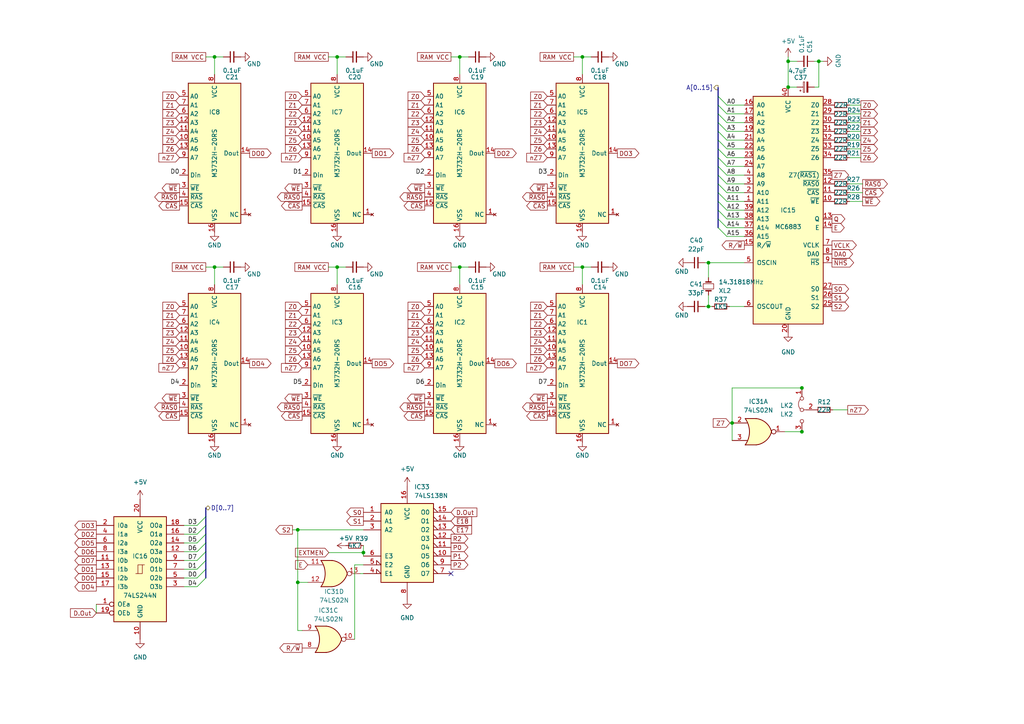
<source format=kicad_sch>
(kicad_sch (version 20231120) (generator "eeschema") (generator_version "8.0")
  (paper "A4")
  (junction (at 86.36 153.67))
  (junction (at 228.6 17.78))
  (junction (at 168.91 77.47))
  (junction (at 205.486 88.9))
  (junction (at 133.35 16.51))
  (junction (at 168.91 16.51))
  (junction (at 105.41 160.274))
  (junction (at 232.5801 112.522))
  (junction (at 86.36 168.91))
  (junction (at 228.6 25.273))
  (junction (at 62.23 16.51))
  (junction (at 205.486 76.2))
  (junction (at 97.79 16.51))
  (junction (at 212.344 122.682))
  (junction (at 97.79 77.47))
  (junction (at 232.5801 125.222))
  (junction (at 133.35 77.47))
  (junction (at 237.49 17.78))
  (junction (at 62.23 77.47))
  (no_connect (at 130.81 166.37))
  (bus_entry (at 208.28 60.96) (size 2.54 2.54))
  (bus_entry (at 208.28 33.02) (size 2.54 2.54))
  (bus_entry (at 208.28 66.04) (size 2.54 2.54))
  (bus_entry (at 59.69 152.4) (size -2.54 2.54))
  (bus_entry (at 208.28 27.94) (size 2.54 2.54))
  (bus_entry (at 59.69 160.02) (size -2.54 2.54))
  (bus_entry (at 208.28 45.72) (size 2.54 2.54))
  (bus_entry (at 59.69 154.94) (size -2.54 2.54))
  (bus_entry (at 208.28 35.56) (size 2.54 2.54))
  (bus_entry (at 208.28 53.34) (size 2.54 2.54))
  (bus_entry (at 208.28 40.64) (size 2.54 2.54))
  (bus_entry (at 59.69 162.56) (size -2.54 2.54))
  (bus_entry (at 208.28 63.5) (size 2.54 2.54))
  (bus_entry (at 59.69 157.48) (size -2.54 2.54))
  (bus_entry (at 208.28 30.48) (size 2.54 2.54))
  (bus_entry (at 59.69 167.64) (size -2.54 2.54))
  (bus_entry (at 59.69 149.86) (size -2.54 2.54))
  (bus_entry (at 59.69 165.1) (size -2.54 2.54))
  (bus_entry (at 208.28 38.1) (size 2.54 2.54))
  (bus_entry (at 208.28 48.26) (size 2.54 2.54))
  (bus_entry (at 208.28 50.8) (size 2.54 2.54))
  (bus_entry (at 208.28 43.18) (size 2.54 2.54))
  (bus_entry (at 208.28 55.88) (size 2.54 2.54))
  (bus_entry (at 208.28 58.42) (size 2.54 2.54))
  (wire (pts (xy 133.35 16.51) (xy 135.89 16.51)))
  (wire (pts (xy 166.37 77.47) (xy 168.91 77.47)))
  (wire (pts (xy 205.486 88.9) (xy 206.502 88.9)))
  (wire (pts (xy 86.36 168.91) (xy 86.36 153.67)))
  (wire (pts (xy 130.81 16.51) (xy 133.35 16.51)))
  (wire (pts (xy 215.9 43.18) (xy 210.82 43.18)))
  (wire (pts (xy 215.9 40.64) (xy 210.82 40.64)))
  (bus (pts (xy 208.28 58.42) (xy 208.28 60.96)))
  (wire (pts (xy 59.69 16.51) (xy 62.23 16.51)))
  (wire (pts (xy 249.682 33.02) (xy 246.38 33.02)))
  (wire (pts (xy 215.9 53.34) (xy 210.82 53.34)))
  (wire (pts (xy 27.94 177.8) (xy 27.94 175.26)))
  (wire (pts (xy 57.15 167.64) (xy 53.34 167.64)))
  (wire (pts (xy 228.6 25.273) (xy 228.6 25.4)))
  (wire (pts (xy 232.5801 125.222) (xy 227.584 125.222)))
  (wire (pts (xy 215.9 48.26) (xy 210.82 48.26)))
  (wire (pts (xy 249.682 45.72) (xy 246.38 45.72)))
  (wire (pts (xy 95.377 160.274) (xy 105.41 160.274)))
  (wire (pts (xy 211.582 88.9) (xy 215.9 88.9)))
  (bus (pts (xy 59.69 147.32) (xy 59.69 149.86)))
  (bus (pts (xy 208.28 55.88) (xy 208.28 58.42)))
  (bus (pts (xy 59.69 152.4) (xy 59.69 154.94)))
  (wire (pts (xy 232.664 125.222) (xy 232.5801 125.222)))
  (wire (pts (xy 133.35 21.59) (xy 133.35 16.51)))
  (wire (pts (xy 105.41 160.274) (xy 105.41 161.29)))
  (wire (pts (xy 97.79 21.59) (xy 97.79 16.51)))
  (wire (pts (xy 215.9 33.02) (xy 210.82 33.02)))
  (wire (pts (xy 102.87 163.83) (xy 102.87 185.42)))
  (bus (pts (xy 208.28 30.48) (xy 208.28 33.02)))
  (bus (pts (xy 208.28 35.56) (xy 208.28 38.1)))
  (wire (pts (xy 228.6 17.78) (xy 231.14 17.78)))
  (wire (pts (xy 168.91 16.51) (xy 171.45 16.51)))
  (wire (pts (xy 168.91 21.59) (xy 168.91 16.51)))
  (bus (pts (xy 208.28 38.1) (xy 208.28 40.64)))
  (wire (pts (xy 62.23 82.55) (xy 62.23 77.47)))
  (wire (pts (xy 215.9 60.96) (xy 210.82 60.96)))
  (wire (pts (xy 205.486 76.2) (xy 205.486 80.518)))
  (wire (pts (xy 204.47 76.2) (xy 205.486 76.2)))
  (wire (pts (xy 211.709 122.682) (xy 212.344 122.682)))
  (wire (pts (xy 86.36 182.88) (xy 87.63 182.88)))
  (wire (pts (xy 62.23 21.59) (xy 62.23 16.51)))
  (wire (pts (xy 104.521 166.37) (xy 105.41 166.37)))
  (wire (pts (xy 97.79 16.51) (xy 100.33 16.51)))
  (wire (pts (xy 238.76 17.78) (xy 237.49 17.78)))
  (wire (pts (xy 205.486 85.598) (xy 205.486 88.9)))
  (bus (pts (xy 59.69 154.94) (xy 59.69 157.48)))
  (wire (pts (xy 95.25 77.47) (xy 97.79 77.47)))
  (wire (pts (xy 215.9 63.5) (xy 210.82 63.5)))
  (bus (pts (xy 208.28 27.94) (xy 208.28 30.48)))
  (wire (pts (xy 249.682 40.64) (xy 246.38 40.64)))
  (wire (pts (xy 86.36 153.67) (xy 105.41 153.67)))
  (wire (pts (xy 97.79 82.55) (xy 97.79 77.47)))
  (bus (pts (xy 208.28 40.64) (xy 208.28 43.18)))
  (wire (pts (xy 237.49 25.273) (xy 236.22 25.273)))
  (wire (pts (xy 62.23 77.47) (xy 64.77 77.47)))
  (wire (pts (xy 249.682 38.1) (xy 246.38 38.1)))
  (wire (pts (xy 204.47 88.9) (xy 205.486 88.9)))
  (wire (pts (xy 215.9 38.1) (xy 210.82 38.1)))
  (wire (pts (xy 232.5801 112.522) (xy 232.664 112.522)))
  (wire (pts (xy 57.15 157.48) (xy 53.34 157.48)))
  (wire (pts (xy 212.344 122.682) (xy 212.344 112.522)))
  (wire (pts (xy 133.35 77.47) (xy 135.89 77.47)))
  (wire (pts (xy 59.69 77.47) (xy 62.23 77.47)))
  (wire (pts (xy 95.25 16.51) (xy 97.79 16.51)))
  (wire (pts (xy 237.49 17.78) (xy 237.49 25.273)))
  (wire (pts (xy 249.682 30.48) (xy 246.38 30.48)))
  (bus (pts (xy 208.28 43.18) (xy 208.28 45.72)))
  (wire (pts (xy 228.6 16.51) (xy 228.6 17.78)))
  (wire (pts (xy 168.91 77.47) (xy 171.45 77.47)))
  (wire (pts (xy 228.6 17.78) (xy 228.6 25.273)))
  (wire (pts (xy 215.9 50.8) (xy 210.82 50.8)))
  (wire (pts (xy 168.91 82.55) (xy 168.91 77.47)))
  (wire (pts (xy 215.9 30.48) (xy 210.82 30.48)))
  (wire (pts (xy 57.15 162.56) (xy 53.34 162.56)))
  (wire (pts (xy 215.9 45.72) (xy 210.82 45.72)))
  (bus (pts (xy 59.69 149.86) (xy 59.69 152.4)))
  (bus (pts (xy 59.69 160.02) (xy 59.69 162.56)))
  (wire (pts (xy 57.15 160.02) (xy 53.34 160.02)))
  (wire (pts (xy 246.38 53.34) (xy 250.19 53.34)))
  (wire (pts (xy 215.9 55.88) (xy 210.82 55.88)))
  (wire (pts (xy 231.14 25.273) (xy 228.6 25.273)))
  (wire (pts (xy 250.19 55.88) (xy 246.38 55.88)))
  (bus (pts (xy 208.28 60.96) (xy 208.28 63.5)))
  (wire (pts (xy 166.37 16.51) (xy 168.91 16.51)))
  (bus (pts (xy 208.28 50.8) (xy 208.28 53.34)))
  (wire (pts (xy 105.41 158.242) (xy 105.41 160.274)))
  (wire (pts (xy 57.15 165.1) (xy 53.34 165.1)))
  (wire (pts (xy 236.22 17.78) (xy 237.49 17.78)))
  (wire (pts (xy 84.836 153.67) (xy 86.36 153.67)))
  (wire (pts (xy 57.15 154.94) (xy 53.34 154.94)))
  (wire (pts (xy 89.281 168.91) (xy 86.36 168.91)))
  (wire (pts (xy 245.872 118.872) (xy 241.554 118.872)))
  (bus (pts (xy 59.69 157.48) (xy 59.69 160.02)))
  (wire (pts (xy 57.15 152.4) (xy 53.34 152.4)))
  (wire (pts (xy 62.23 16.51) (xy 64.77 16.51)))
  (wire (pts (xy 130.81 77.47) (xy 133.35 77.47)))
  (bus (pts (xy 208.28 45.72) (xy 208.28 48.26)))
  (bus (pts (xy 208.28 53.34) (xy 208.28 55.88)))
  (wire (pts (xy 133.35 82.55) (xy 133.35 77.47)))
  (wire (pts (xy 57.15 170.18) (xy 53.34 170.18)))
  (wire (pts (xy 102.87 163.83) (xy 105.41 163.83)))
  (bus (pts (xy 59.69 162.56) (xy 59.69 165.1)))
  (wire (pts (xy 249.682 43.18) (xy 246.38 43.18)))
  (wire (pts (xy 250.19 58.42) (xy 246.38 58.42)))
  (wire (pts (xy 215.9 35.56) (xy 210.82 35.56)))
  (wire (pts (xy 212.344 112.522) (xy 232.5801 112.522)))
  (wire (pts (xy 205.486 76.2) (xy 215.9 76.2)))
  (bus (pts (xy 208.28 25.4) (xy 208.28 27.94)))
  (wire (pts (xy 86.36 168.91) (xy 86.36 182.88)))
  (bus (pts (xy 208.28 33.02) (xy 208.28 35.56)))
  (wire (pts (xy 215.9 68.58) (xy 210.82 68.58)))
  (bus (pts (xy 208.28 63.5) (xy 208.28 66.04)))
  (bus (pts (xy 59.69 165.1) (xy 59.69 167.64)))
  (bus (pts (xy 208.28 48.26) (xy 208.28 50.8)))
  (wire (pts (xy 215.9 58.42) (xy 210.82 58.42)))
  (wire (pts (xy 97.79 77.47) (xy 100.33 77.47)))
  (wire (pts (xy 249.682 35.56) (xy 246.38 35.56)))
  (wire (pts (xy 212.344 122.682) (xy 212.344 127.762)))
  (wire (pts (xy 215.9 66.04) (xy 210.82 66.04)))
  (label "A3" (at 210.82 38.1 0))
  (label "D0" (at 57.15 167.64 180))
  (label "A11" (at 210.82 58.42 0))
  (label "A4" (at 210.82 40.64 0))
  (label "A8" (at 210.82 50.8 0))
  (label "A2" (at 210.82 35.56 0))
  (label "A1" (at 210.82 33.02 0))
  (label "D7" (at 57.15 162.56 180))
  (label "A12" (at 210.82 60.96 0))
  (label "A9" (at 210.82 53.34 0))
  (label "A7" (at 210.82 48.26 0))
  (label "A13" (at 210.82 63.5 0))
  (label "A5" (at 210.82 43.18 0))
  (label "A15" (at 210.82 68.58 0))
  (label "A0" (at 210.82 30.48 0))
  (label "D1" (at 57.15 165.1 180))
  (label "D2" (at 123.19 50.8 180))
  (label "D2" (at 57.15 154.94 180))
  (label "D7" (at 158.75 111.76 180))
  (label "D6" (at 57.15 160.02 180))
  (label "A6" (at 210.82 45.72 0))
  (label "A10" (at 210.82 55.88 0))
  (label "D1" (at 87.63 50.8 180))
  (label "D0" (at 52.07 50.8 180))
  (label "A14" (at 210.82 66.04 0))
  (label "D5" (at 57.15 157.48 180))
  (label "D3" (at 158.75 50.8 180))
  (label "D5" (at 87.63 111.76 180))
  (label "D4" (at 57.15 170.18 180))
  (label "D3" (at 57.15 152.4 180))
  (label "D4" (at 52.07 111.76 180))
  (label "D6" (at 123.19 111.76 180))
  (global_label "Z3" (shape input) (at 52.07 35.56 180) (property "Intersheetrefs" "${INTERSHEET_REFS}" (effects (hide yes))))
  (global_label "Z3" (shape input) (at 87.63 35.56 180) (property "Intersheetrefs" "${INTERSHEET_REFS}" (effects (hide yes))))
  (global_label "Z4" (shape input) (at 87.63 99.06 180) (property "Intersheetrefs" "${INTERSHEET_REFS}" (effects (hide yes))))
  (global_label "Z3" (shape input) (at 123.19 96.52 180) (property "Intersheetrefs" "${INTERSHEET_REFS}" (effects (hide yes))))
  (global_label "Z3" (shape output) (at 249.682 38.1 0) (property "Intersheetrefs" "${INTERSHEET_REFS}" (effects (hide yes))))
  (global_label "Z2" (shape input) (at 52.07 33.02 180) (property "Intersheetrefs" "${INTERSHEET_REFS}" (effects (hide yes))))
  (global_label "Z3" (shape input) (at 158.75 35.56 180) (property "Intersheetrefs" "${INTERSHEET_REFS}" (effects (hide yes))))
  (global_label "Z2" (shape input) (at 158.75 33.02 180) (property "Intersheetrefs" "${INTERSHEET_REFS}" (effects (hide yes))))
  (global_label "R2" (shape output) (at 130.81 156.21 0) (property "Intersheetrefs" "${INTERSHEET_REFS}" (effects (hide yes))))
  (global_label "Z7" (shape output) (at 241.3 50.8 0) (property "Intersheetrefs" "${INTERSHEET_REFS}" (effects (hide yes))))
  (global_label "Z0" (shape input) (at 87.63 88.9 180) (property "Intersheetrefs" "${INTERSHEET_REFS}" (effects (hide yes))))
  (global_label "S0" (shape output) (at 105.41 148.59 180) (property "Intersheetrefs" "${INTERSHEET_REFS}" (effects (hide yes))))
  (global_label "DO2" (shape output) (at 143.51 44.45 0) (property "Intersheetrefs" "${INTERSHEET_REFS}" (effects (hide yes))))
  (global_label "P2" (shape output) (at 130.81 163.83 0) (property "Intersheetrefs" "${INTERSHEET_REFS}" (effects (hide yes))))
  (global_label "Z0" (shape input) (at 158.75 27.94 180) (property "Intersheetrefs" "${INTERSHEET_REFS}" (effects (hide yes))))
  (global_label "Z3" (shape input) (at 87.63 96.52 180) (property "Intersheetrefs" "${INTERSHEET_REFS}" (effects (hide yes))))
  (global_label "~{CAS}" (shape output) (at 158.75 59.69 180) (property "Intersheetrefs" "${INTERSHEET_REFS}" (effects (hide yes))))
  (global_label "Z0" (shape input) (at 123.19 27.94 180) (property "Intersheetrefs" "${INTERSHEET_REFS}" (effects (hide yes))))
  (global_label "Z0" (shape input) (at 52.07 27.94 180) (property "Intersheetrefs" "${INTERSHEET_REFS}" (effects (hide yes))))
  (global_label "~{CAS}" (shape output) (at 52.07 120.65 180) (property "Intersheetrefs" "${INTERSHEET_REFS}" (effects (hide yes))))
  (global_label "Z4" (shape input) (at 158.75 99.06 180) (property "Intersheetrefs" "${INTERSHEET_REFS}" (effects (hide yes))))
  (global_label "Z5" (shape output) (at 249.682 43.18 0) (property "Intersheetrefs" "${INTERSHEET_REFS}" (effects (hide yes))))
  (global_label "Z1" (shape input) (at 52.07 91.44 180) (property "Intersheetrefs" "${INTERSHEET_REFS}" (effects (hide yes))))
  (global_label "R{slash}~{W}" (shape output) (at 87.63 187.96 180) (property "Intersheetrefs" "${INTERSHEET_REFS}" (effects (hide yes))))
  (global_label "Z2" (shape input) (at 123.19 93.98 180) (property "Intersheetrefs" "${INTERSHEET_REFS}" (effects (hide yes))))
  (global_label "Z4" (shape input) (at 52.07 38.1 180) (property "Intersheetrefs" "${INTERSHEET_REFS}" (effects (hide yes))))
  (global_label "S2" (shape output) (at 241.3 88.9 0) (property "Intersheetrefs" "${INTERSHEET_REFS}" (effects (hide yes))))
  (global_label "E" (shape output) (at 241.3 66.04 0) (property "Intersheetrefs" "${INTERSHEET_REFS}" (effects (hide yes))))
  (global_label "~{WE}" (shape output) (at 123.19 115.57 180) (property "Intersheetrefs" "${INTERSHEET_REFS}" (effects (hide yes))))
  (global_label "DO4" (shape output) (at 27.94 170.18 180) (property "Intersheetrefs" "${INTERSHEET_REFS}" (effects (hide yes))))
  (global_label "Z4" (shape input) (at 52.07 99.06 180) (property "Intersheetrefs" "${INTERSHEET_REFS}" (effects (hide yes))))
  (global_label "~{E18}" (shape input) (at 130.81 151.13 0) (property "Intersheetrefs" "${INTERSHEET_REFS}" (effects (hide yes))))
  (global_label "Z5" (shape input) (at 87.63 40.64 180) (property "Intersheetrefs" "${INTERSHEET_REFS}" (effects (hide yes))))
  (global_label "Z2" (shape input) (at 87.63 93.98 180) (property "Intersheetrefs" "${INTERSHEET_REFS}" (effects (hide yes))))
  (global_label "RAM VCC" (shape passive) (at 95.25 16.51 180) (property "Intersheetrefs" "${INTERSHEET_REFS}" (effects (hide yes))))
  (global_label "~{RAS0}" (shape output) (at 87.63 118.11 180) (property "Intersheetrefs" "${INTERSHEET_REFS}" (effects (hide yes))))
  (global_label "~{WE}" (shape output) (at 87.63 54.61 180) (property "Intersheetrefs" "${INTERSHEET_REFS}" (effects (hide yes))))
  (global_label "P0" (shape output) (at 130.81 158.75 0) (property "Intersheetrefs" "${INTERSHEET_REFS}" (effects (hide yes))))
  (global_label "Z6" (shape input) (at 87.63 43.18 180) (property "Intersheetrefs" "${INTERSHEET_REFS}" (effects (hide yes))))
  (global_label "~{WE}" (shape output) (at 158.75 115.57 180) (property "Intersheetrefs" "${INTERSHEET_REFS}" (effects (hide yes))))
  (global_label "Z4" (shape input) (at 123.19 38.1 180) (property "Intersheetrefs" "${INTERSHEET_REFS}" (effects (hide yes))))
  (global_label "Z1" (shape input) (at 87.63 91.44 180) (property "Intersheetrefs" "${INTERSHEET_REFS}" (effects (hide yes))))
  (global_label "DO3" (shape output) (at 27.94 152.4 180) (property "Intersheetrefs" "${INTERSHEET_REFS}" (effects (hide yes))))
  (global_label "~{WE}" (shape output) (at 250.19 58.42 0) (property "Intersheetrefs" "${INTERSHEET_REFS}" (effects (hide yes))))
  (global_label "Z3" (shape input) (at 52.07 96.52 180) (property "Intersheetrefs" "${INTERSHEET_REFS}" (effects (hide yes))))
  (global_label "Z7" (shape input) (at 211.709 122.682 180) (property "Intersheetrefs" "${INTERSHEET_REFS}" (effects (hide yes))))
  (global_label "Z1" (shape input) (at 123.19 91.44 180) (property "Intersheetrefs" "${INTERSHEET_REFS}" (effects (hide yes))))
  (global_label "Z4" (shape output) (at 249.682 40.64 0) (property "Intersheetrefs" "${INTERSHEET_REFS}" (effects (hide yes))))
  (global_label "VCLK" (shape output) (at 241.3 71.12 0) (property "Intersheetrefs" "${INTERSHEET_REFS}" (effects (hide yes))))
  (global_label "DO3" (shape output) (at 179.07 44.45 0) (property "Intersheetrefs" "${INTERSHEET_REFS}" (effects (hide yes))))
  (global_label "RAM VCC" (shape passive) (at 166.37 77.47 180) (property "Intersheetrefs" "${INTERSHEET_REFS}" (effects (hide yes))))
  (global_label "Z1" (shape input) (at 52.07 30.48 180) (property "Intersheetrefs" "${INTERSHEET_REFS}" (effects (hide yes))))
  (global_label "~{CAS}" (shape output) (at 123.19 120.65 180) (property "Intersheetrefs" "${INTERSHEET_REFS}" (effects (hide yes))))
  (global_label "~{WE}" (shape output) (at 87.63 115.57 180) (property "Intersheetrefs" "${INTERSHEET_REFS}" (effects (hide yes))))
  (global_label "DO5" (shape output) (at 27.94 157.48 180) (property "Intersheetrefs" "${INTERSHEET_REFS}" (effects (hide yes))))
  (global_label "Z4" (shape input) (at 87.63 38.1 180) (property "Intersheetrefs" "${INTERSHEET_REFS}" (effects (hide yes))))
  (global_label "S1" (shape output) (at 241.3 86.36 0) (property "Intersheetrefs" "${INTERSHEET_REFS}" (effects (hide yes))))
  (global_label "nZ7" (shape input) (at 123.19 106.68 180) (property "Intersheetrefs" "${INTERSHEET_REFS}" (effects (hide yes))))
  (global_label "E" (shape input) (at 89.281 163.83 180) (property "Intersheetrefs" "${INTERSHEET_REFS}" (effects (hide yes))))
  (global_label "~{CAS}" (shape output) (at 52.07 59.69 180) (property "Intersheetrefs" "${INTERSHEET_REFS}" (effects (hide yes))))
  (global_label "~{RAS0}" (shape output) (at 52.07 57.15 180) (property "Intersheetrefs" "${INTERSHEET_REFS}" (effects (hide yes))))
  (global_label "Z6" (shape input) (at 123.19 43.18 180) (property "Intersheetrefs" "${INTERSHEET_REFS}" (effects (hide yes))))
  (global_label "Z2" (shape input) (at 87.63 33.02 180) (property "Intersheetrefs" "${INTERSHEET_REFS}" (effects (hide yes))))
  (global_label "Z2" (shape output) (at 249.682 33.02 0) (property "Intersheetrefs" "${INTERSHEET_REFS}" (effects (hide yes))))
  (global_label "Z1" (shape input) (at 158.75 91.44 180) (property "Intersheetrefs" "${INTERSHEET_REFS}" (effects (hide yes))))
  (global_label "Z5" (shape input) (at 158.75 40.64 180) (property "Intersheetrefs" "${INTERSHEET_REFS}" (effects (hide yes))))
  (global_label "Z0" (shape input) (at 158.75 88.9 180) (property "Intersheetrefs" "${INTERSHEET_REFS}" (effects (hide yes))))
  (global_label "Z6" (shape input) (at 87.63 104.14 180) (property "Intersheetrefs" "${INTERSHEET_REFS}" (effects (hide yes))))
  (global_label "Z6" (shape input) (at 52.07 104.14 180) (property "Intersheetrefs" "${INTERSHEET_REFS}" (effects (hide yes))))
  (global_label "nZ7" (shape input) (at 158.75 106.68 180) (property "Intersheetrefs" "${INTERSHEET_REFS}" (effects (hide yes))))
  (global_label "~{RAS0}" (shape output) (at 158.75 118.11 180) (property "Intersheetrefs" "${INTERSHEET_REFS}" (effects (hide yes))))
  (global_label "DO1" (shape output) (at 27.94 165.1 180) (property "Intersheetrefs" "${INTERSHEET_REFS}" (effects (hide yes))))
  (global_label "Z0" (shape output) (at 249.682 30.48 0) (property "Intersheetrefs" "${INTERSHEET_REFS}" (effects (hide yes))))
  (global_label "~{CAS}" (shape output) (at 123.19 59.69 180) (property "Intersheetrefs" "${INTERSHEET_REFS}" (effects (hide yes))))
  (global_label "~{NHS}" (shape output) (at 241.3 76.2 0) (property "Intersheetrefs" "${INTERSHEET_REFS}" (effects (hide yes))))
  (global_label "Z5" (shape input) (at 158.75 101.6 180) (property "Intersheetrefs" "${INTERSHEET_REFS}" (effects (hide yes))))
  (global_label "~{RAS0}" (shape output) (at 52.07 118.11 180) (property "Intersheetrefs" "${INTERSHEET_REFS}" (effects (hide yes))))
  (global_label "~{CAS}" (shape output) (at 250.19 55.88 0) (property "Intersheetrefs" "${INTERSHEET_REFS}" (effects (hide yes))))
  (global_label "DO1" (shape output) (at 107.95 44.45 0) (property "Intersheetrefs" "${INTERSHEET_REFS}" (effects (hide yes))))
  (global_label "Z2" (shape input) (at 52.07 93.98 180) (property "Intersheetrefs" "${INTERSHEET_REFS}" (effects (hide yes))))
  (global_label "nZ7" (shape input) (at 87.63 106.68 180) (property "Intersheetrefs" "${INTERSHEET_REFS}" (effects (hide yes))))
  (global_label "~{CAS}" (shape output) (at 158.75 120.65 180) (property "Intersheetrefs" "${INTERSHEET_REFS}" (effects (hide yes))))
  (global_label "RAM VCC" (shape passive) (at 59.69 77.47 180) (property "Intersheetrefs" "${INTERSHEET_REFS}" (effects (hide yes))))
  (global_label "Z6" (shape input) (at 158.75 43.18 180) (property "Intersheetrefs" "${INTERSHEET_REFS}" (effects (hide yes))))
  (global_label "DO5" (shape output) (at 107.95 105.41 0) (property "Intersheetrefs" "${INTERSHEET_REFS}" (effects (hide yes))))
  (global_label "EXTMEN" (shape input) (at 95.377 160.274 180) (property "Intersheetrefs" "${INTERSHEET_REFS}" (effects (hide yes))))
  (global_label "Z5" (shape input) (at 123.19 40.64 180) (property "Intersheetrefs" "${INTERSHEET_REFS}" (effects (hide yes))))
  (global_label "DO0" (shape output) (at 72.39 44.45 0) (property "Intersheetrefs" "${INTERSHEET_REFS}" (effects (hide yes))))
  (global_label "~{RAS0}" (shape output) (at 250.19 53.34 0) (property "Intersheetrefs" "${INTERSHEET_REFS}" (effects (hide yes))))
  (global_label "~{WE}" (shape output) (at 52.07 54.61 180) (property "Intersheetrefs" "${INTERSHEET_REFS}" (effects (hide yes))))
  (global_label "DO7" (shape output) (at 179.07 105.41 0) (property "Intersheetrefs" "${INTERSHEET_REFS}" (effects (hide yes))))
  (global_label "~{E17}" (shape input) (at 130.81 153.67 0) (property "Intersheetrefs" "${INTERSHEET_REFS}" (effects (hide yes))))
  (global_label "nZ7" (shape input) (at 52.07 106.68 180) (property "Intersheetrefs" "${INTERSHEET_REFS}" (effects (hide yes))))
  (global_label "Z0" (shape input) (at 87.63 27.94 180) (property "Intersheetrefs" "${INTERSHEET_REFS}" (effects (hide yes))))
  (global_label "RAM VCC" (shape passive) (at 166.37 16.51 180) (property "Intersheetrefs" "${INTERSHEET_REFS}" (effects (hide yes))))
  (global_label "DO6" (shape output) (at 143.51 105.41 0) (property "Intersheetrefs" "${INTERSHEET_REFS}" (effects (hide yes))))
  (global_label "DA0" (shape output) (at 241.3 73.66 0) (property "Intersheetrefs" "${INTERSHEET_REFS}" (effects (hide yes))))
  (global_label "S2" (shape output) (at 84.836 153.67 180) (property "Intersheetrefs" "${INTERSHEET_REFS}" (effects (hide yes))))
  (global_label "nZ7" (shape input) (at 158.75 45.72 180) (property "Intersheetrefs" "${INTERSHEET_REFS}" (effects (hide yes))))
  (global_label "S0" (shape output) (at 241.3 83.82 0) (property "Intersheetrefs" "${INTERSHEET_REFS}" (effects (hide yes))))
  (global_label "Q" (shape output) (at 241.3 63.5 0) (property "Intersheetrefs" "${INTERSHEET_REFS}" (effects (hide yes))))
  (global_label "Z4" (shape input) (at 158.75 38.1 180) (property "Intersheetrefs" "${INTERSHEET_REFS}" (effects (hide yes))))
  (global_label "Z5" (shape input) (at 52.07 101.6 180) (property "Intersheetrefs" "${INTERSHEET_REFS}" (effects (hide yes))))
  (global_label "Z1" (shape output) (at 249.682 35.56 0) (property "Intersheetrefs" "${INTERSHEET_REFS}" (effects (hide yes))))
  (global_label "~{CAS}" (shape output) (at 87.63 59.69 180) (property "Intersheetrefs" "${INTERSHEET_REFS}" (effects (hide yes))))
  (global_label "DO6" (shape output) (at 27.94 160.02 180) (property "Intersheetrefs" "${INTERSHEET_REFS}" (effects (hide yes))))
  (global_label "Z5" (shape input) (at 123.19 101.6 180) (property "Intersheetrefs" "${INTERSHEET_REFS}" (effects (hide yes))))
  (global_label "~{RAS0}" (shape output) (at 87.63 57.15 180) (property "Intersheetrefs" "${INTERSHEET_REFS}" (effects (hide yes))))
  (global_label "Z0" (shape input) (at 52.07 88.9 180) (property "Intersheetrefs" "${INTERSHEET_REFS}" (effects (hide yes))))
  (global_label "Z1" (shape input) (at 123.19 30.48 180) (property "Intersheetrefs" "${INTERSHEET_REFS}" (effects (hide yes))))
  (global_label "S1" (shape output) (at 105.41 151.13 180) (property "Intersheetrefs" "${INTERSHEET_REFS}" (effects (hide yes))))
  (global_label "nZ7" (shape input) (at 87.63 45.72 180) (property "Intersheetrefs" "${INTERSHEET_REFS}" (effects (hide yes))))
  (global_label "Z6" (shape input) (at 123.19 104.14 180) (property "Intersheetrefs" "${INTERSHEET_REFS}" (effects (hide yes))))
  (global_label "DO2" (shape output) (at 27.94 154.94 180) (property "Intersheetrefs" "${INTERSHEET_REFS}" (effects (hide yes))))
  (global_label "Z0" (shape input) (at 123.19 88.9 180) (property "Intersheetrefs" "${INTERSHEET_REFS}" (effects (hide yes))))
  (global_label "RAM VCC" (shape passive) (at 130.81 16.51 180) (property "Intersheetrefs" "${INTERSHEET_REFS}" (effects (hide yes))))
  (global_label "Z5" (shape input) (at 52.07 40.64 180) (property "Intersheetrefs" "${INTERSHEET_REFS}" (effects (hide yes))))
  (global_label "Z6" (shape input) (at 158.75 104.14 180) (property "Intersheetrefs" "${INTERSHEET_REFS}" (effects (hide yes))))
  (global_label "Z6" (shape input) (at 52.07 43.18 180) (property "Intersheetrefs" "${INTERSHEET_REFS}" (effects (hide yes))))
  (global_label "R{slash}~{W}" (shape output) (at 215.9 71.12 180) (property "Intersheetrefs" "${INTERSHEET_REFS}" (effects (hide yes))))
  (global_label "nZ7" (shape output) (at 245.872 118.872 0) (property "Intersheetrefs" "${INTERSHEET_REFS}" (effects (hide yes))))
  (global_label "~{CAS}" (shape output) (at 87.63 120.65 180) (property "Intersheetrefs" "${INTERSHEET_REFS}" (effects (hide yes))))
  (global_label "Z3" (shape input) (at 158.75 96.52 180) (property "Intersheetrefs" "${INTERSHEET_REFS}" (effects (hide yes))))
  (global_label "P1" (shape output) (at 130.81 161.29 0) (property "Intersheetrefs" "${INTERSHEET_REFS}" (effects (hide yes))))
  (global_label "Z4" (shape input) (at 123.19 99.06 180) (property "Intersheetrefs" "${INTERSHEET_REFS}" (effects (hide yes))))
  (global_label "~{WE}" (shape output) (at 52.07 115.57 180) (property "Intersheetrefs" "${INTERSHEET_REFS}" (effects (hide yes))))
  (global_label "DO0" (shape output) (at 27.94 167.64 180) (property "Intersheetrefs" "${INTERSHEET_REFS}" (effects (hide yes))))
  (global_label "nZ7" (shape input) (at 52.07 45.72 180) (property "Intersheetrefs" "${INTERSHEET_REFS}" (effects (hide yes))))
  (global_label "RAM VCC" (shape passive) (at 95.25 77.47 180) (property "Intersheetrefs" "${INTERSHEET_REFS}" (effects (hide yes))))
  (global_label "RAM VCC" (shape passive) (at 59.69 16.51 180) (property "Intersheetrefs" "${INTERSHEET_REFS}" (effects (hide yes))))
  (global_label "Z3" (shape input) (at 123.19 35.56 180) (property "Intersheetrefs" "${INTERSHEET_REFS}" (effects (hide yes))))
  (global_label "Z2" (shape input) (at 158.75 93.98 180) (property "Intersheetrefs" "${INTERSHEET_REFS}" (effects (hide yes))))
  (global_label "D.Out" (shape input) (at 130.81 148.59 0) (property "Intersheetrefs" "${INTERSHEET_REFS}" (effects (hide yes))))
  (global_label "~{WE}" (shape output) (at 158.75 54.61 180) (property "Intersheetrefs" "${INTERSHEET_REFS}" (effects (hide yes))))
  (global_label "DO7" (shape output) (at 27.94 162.56 180) (property "Intersheetrefs" "${INTERSHEET_REFS}" (effects (hide yes))))
  (global_label "RAM VCC" (shape passive) (at 130.81 77.47 180) (property "Intersheetrefs" "${INTERSHEET_REFS}" (effects (hide yes))))
  (global_label "nZ7" (shape input) (at 123.19 45.72 180) (property "Intersheetrefs" "${INTERSHEET_REFS}" (effects (hide yes))))
  (global_label "D.Out" (shape input) (at 27.94 177.8 180) (property "Intersheetrefs" "${INTERSHEET_REFS}" (effects (hide yes))))
  (global_label "~{WE}" (shape output) (at 123.19 54.61 180) (property "Intersheetrefs" "${INTERSHEET_REFS}" (effects (hide yes))))
  (global_label "~{RAS0}" (shape output) (at 123.19 57.15 180) (property "Intersheetrefs" "${INTERSHEET_REFS}" (effects (hide yes))))
  (global_label "Z6" (shape output) (at 249.682 45.72 0) (property "Intersheetrefs" "${INTERSHEET_REFS}" (effects (hide yes))))
  (global_label "Z2" (shape input) (at 123.19 33.02 180) (property "Intersheetrefs" "${INTERSHEET_REFS}" (effects (hide yes))))
  (global_label "Z5" (shape input) (at 87.63 101.6 180) (property "Intersheetrefs" "${INTERSHEET_REFS}" (effects (hide yes))))
  (global_label "~{RAS0}" (shape output) (at 123.19 118.11 180) (property "Intersheetrefs" "${INTERSHEET_REFS}" (effects (hide yes))))
  (global_label "~{RAS0}" (shape output) (at 158.75 57.15 180) (property "Intersheetrefs" "${INTERSHEET_REFS}" (effects (hide yes))))
  (global_label "Z1" (shape input) (at 158.75 30.48 180) (property "Intersheetrefs" "${INTERSHEET_REFS}" (effects (hide yes))))
  (global_label "Z1" (shape input) (at 87.63 30.48 180) (property "Intersheetrefs" "${INTERSHEET_REFS}" (effects (hide yes))))
  (global_label "DO4" (shape output) (at 72.39 105.41 0) (property "Intersheetrefs" "${INTERSHEET_REFS}" (effects (hide yes))))
  (hierarchical_label "A[0..15]" (shape output) (at 208.28 25.4 180))
  (hierarchical_label "D[0..7]" (shape bidirectional) (at 59.69 147.32 0))
  (symbol (lib_id "power:GND") (at 97.79 128.27 0) (unit 1)
    (property "Reference" "#PWR039" (effects (hide yes)))
    (property "Value" "GND" (at 97.79 132.08 0))
  )
  (symbol (lib_id "power:GND") (at 62.23 128.27 0) (unit 1)
    (property "Reference" "#PWR031" (effects (hide yes)))
    (property "Value" "GND" (at 62.23 132.08 0))
  )
  (symbol (lib_id "Device:R_Small") (at 243.84 55.88 270) (unit 1)
    (property "Reference" "R26" (at 247.523 54.61 90))
    (property "Value" "22R" (at 243.84 55.88 90))
    (property "Footprint" "Dragon:R_Axial_DIN0309_L9.0mm_D2.5mm_P12.70mm_Horizontal" (effects (hide yes)))
    (property "DigiKey" "CF14JT22R0CT-ND" (effects (hide yes)))
  )
  (symbol (lib_id "Device:C_Small") (at 102.87 16.51 90) (mirror x) (unit 1)
    (property "Reference" "C20" (at 102.87 22.352 90))
    (property "Value" "0.1uF" (at 102.8763 20.447 90))
    (property "Footprint" "Capacitor_THT:C_Disc_D4.3mm_W1.9mm_P5.00mm" (effects (hide yes)))
    (property "Datasheet" "https://www.vishay.com/docs/45171/kseries.pdf" (effects (hide yes)))
    (property "DigiKey" "BC1101CT-ND" (effects (hide yes)))
  )
  (symbol (lib_id "power:GND") (at 238.76 17.78 90) (unit 1)
    (property "Reference" "#PWR067" (effects (hide yes)))
    (property "Value" "GND" (at 243.1542 17.653 0))
  )
  (symbol (lib_id "Device:C_Small") (at 233.68 17.78 270) (mirror x) (unit 1)
    (property "Reference" "C51" (at 234.8484 15.4432 0) (effects (justify left)))
    (property "Value" "0.1uF" (at 232.537 15.4432 0) (effects (justify left)))
    (property "Footprint" "Capacitor_THT:C_Disc_D4.3mm_W1.9mm_P5.00mm" (effects (hide yes)))
    (property "Datasheet" "https://www.vishay.com/docs/45171/kseries.pdf" (effects (hide yes)))
    (property "DigiKey" "BC1101CT-ND" (effects (hide yes)))
  )
  (symbol (lib_id "Device:C_Small") (at 67.31 16.51 90) (mirror x) (unit 1)
    (property "Reference" "C21" (at 67.31 22.352 90))
    (property "Value" "0.1uF" (at 67.3163 20.447 90))
    (property "Footprint" "Capacitor_THT:C_Disc_D4.3mm_W1.9mm_P5.00mm" (effects (hide yes)))
    (property "Datasheet" "https://www.vishay.com/docs/45171/kseries.pdf" (effects (hide yes)))
    (property "DigiKey" "BC1101CT-ND" (effects (hide yes)))
  )
  (symbol (lib_id "Device:R_Small") (at 243.84 30.48 270) (unit 1)
    (property "Reference" "R25" (at 247.65 29.337 90))
    (property "Value" "22R" (at 243.967 30.48 90))
    (property "Footprint" "Dragon:R_Axial_DIN0309_L9.0mm_D2.5mm_P12.70mm_Horizontal" (effects (hide yes)))
    (property "DigiKey" "CF14JT22R0CT-ND" (effects (hide yes)))
  )
  (symbol (lib_id "power:GND") (at 97.79 67.31 0) (unit 1)
    (property "Reference" "#PWR038" (effects (hide yes)))
    (property "Value" "GND" (at 97.79 71.12 0))
  )
  (symbol (lib_id "Device:R_Small") (at 102.87 158.242 90) (mirror x) (unit 1)
    (property "Reference" "R39" (at 104.902 156.21 90))
    (property "Value" "4K7" (at 102.87 158.242 90))
    (property "Footprint" "Dragon:R_Axial_DIN0309_L9.0mm_D2.5mm_P12.70mm_Horizontal" (effects (hide yes)))
    (property "DigiKey" "CF14JT4K70CT-ND" (effects (hide yes)))
  )
  (symbol (lib_id "power:GND") (at 40.64 185.42 0) (unit 1)
    (property "Reference" "#PWR035" (effects (hide yes)))
    (property "Value" "GND" (at 40.64 190.627 0))
  )
  (symbol (lib_id "vdg:MSM3732") (at 97.79 44.45 0) (unit 1)
    (property "Reference" "IC7" (at 97.79 32.512 0))
    (property "Value" "M3732H-20RS" (at 97.79 44.45 90))
    (property "Footprint" "Package_DIP:DIP-16_W7.62mm" (effects (hide yes)))
    (property "Datasheet" "https://4donline.ihs.com/images/VipMasterIC/IC/INFN/INFNS18263/INFNS18263-1.pdf" (effects (hide yes)))
    (property "Note" "use general 4164 with suitable timing" (effects (hide yes)))
    (property "SA2120" "Sheet 1" (effects (hide yes)))
  )
  (symbol (lib_id "Device:C_Small") (at 173.99 77.47 90) (mirror x) (unit 1)
    (property "Reference" "C14" (at 173.99 83.312 90))
    (property "Value" "0.1uF" (at 173.9963 81.407 90))
    (property "Footprint" "Capacitor_THT:C_Disc_D4.3mm_W1.9mm_P5.00mm" (effects (hide yes)))
    (property "Datasheet" "https://www.vishay.com/docs/45171/kseries.pdf" (effects (hide yes)))
    (property "DigiKey" "BC1101CT-ND" (effects (hide yes)))
  )
  (symbol (lib_id "power:GND") (at 118.11 173.99 0) (unit 1)
    (property "Reference" "#PWR051" (effects (hide yes)))
    (property "Value" "GND" (at 118.11 179.197 0))
  )
  (symbol (lib_id "Device:Crystal_Small") (at 205.486 83.058 270) (mirror x) (unit 1)
    (property "Reference" "XL2" (at 208.407 84.3281 90) (effects (justify left)))
    (property "Value" "14.31818MHz" (at 208.407 81.7881 90) (effects (justify left)))
    (property "Footprint" "Crystal:Crystal_HC49-U_Horizontal" (effects (hide yes)))
    (property "Datasheet" "https://www.ctscorp.com/wp-content/uploads/MP.pdf" (effects (hide yes)))
    (property "DigiKey" "CTX088-ND" (effects (hide yes)))
  )
  (symbol (lib_id "Device:R_Small") (at 209.042 88.9 90) (mirror x) (unit 1)
    (property "Reference" "R37" (at 209.042 86.868 90))
    (property "Value" "1K5" (at 209.042 88.9 90))
    (property "Footprint" "Dragon:R_Axial_DIN0309_L9.0mm_D2.5mm_P12.70mm_Horizontal" (effects (hide yes)))
    (property "DigiKey" "CF14JT1K50CT-ND" (effects (hide yes)))
  )
  (symbol (lib_id "vdg:MSM3732") (at 168.91 105.41 0) (unit 1)
    (property "Reference" "IC1" (at 168.91 93.472 0))
    (property "Value" "M3732H-20RS" (at 168.91 105.41 90))
    (property "Footprint" "Package_DIP:DIP-16_W7.62mm" (effects (hide yes)))
    (property "Datasheet" "https://4donline.ihs.com/images/VipMasterIC/IC/INFN/INFNS18263/INFNS18263-1.pdf" (effects (hide yes)))
    (property "Note" "use general 4164 with suitable timing" (effects (hide yes)))
    (property "SA2120" "Sheet 1" (effects (hide yes)))
  )
  (symbol (lib_id "power:GND") (at 105.41 77.47 90) (mirror x) (unit 1)
    (property "Reference" "#PWR041" (effects (hide yes)))
    (property "Value" "GND" (at 107.188 79.502 90) (effects (justify right)))
  )
  (symbol (lib_id "74xx:74LS02") (at 219.964 125.222 0) (unit 1)
    (property "Reference" "IC31" (at 219.964 116.459 0))
    (property "Value" "74LS02N" (at 219.964 118.999 0))
    (property "Footprint" "Package_DIP:DIP-14_W7.62mm" (effects (hide yes)))
    (property "Datasheet" "http://www.ti.com/lit/gpn/sn74ls02" (effects (hide yes)))
    (property "DigiKey" "296-1627-5-ND" (effects (hide yes)))
    (property "SA2120" "Sheet 1" (effects (hide yes)))
  )
  (symbol (lib_id "vdg:MSM3732") (at 133.35 105.41 0) (unit 1)
    (property "Reference" "IC2" (at 133.35 93.472 0))
    (property "Value" "M3732H-20RS" (at 133.35 105.41 90))
    (property "Footprint" "Package_DIP:DIP-16_W7.62mm" (effects (hide yes)))
    (property "Datasheet" "https://4donline.ihs.com/images/VipMasterIC/IC/INFN/INFNS18263/INFNS18263-1.pdf" (effects (hide yes)))
    (property "Note" "use general 4164 with suitable timing" (effects (hide yes)))
    (property "SA2120" "Sheet 1" (effects (hide yes)))
  )
  (symbol (lib_id "power:GND") (at 199.39 88.9 270) (unit 1)
    (property "Reference" "#PWR061" (effects (hide yes)))
    (property "Value" "GND" (at 195.707 91.44 90) (effects (justify left)))
  )
  (symbol (lib_id "Device:C_Small") (at 173.99 16.51 90) (mirror x) (unit 1)
    (property "Reference" "C18" (at 173.99 22.352 90))
    (property "Value" "0.1uF" (at 173.9963 20.447 90))
    (property "Footprint" "Capacitor_THT:C_Disc_D4.3mm_W1.9mm_P5.00mm" (effects (hide yes)))
    (property "Datasheet" "https://www.vishay.com/docs/45171/kseries.pdf" (effects (hide yes)))
    (property "DigiKey" "BC1101CT-ND" (effects (hide yes)))
  )
  (symbol (lib_id "74xx:74LS244") (at 40.64 165.1 0) (unit 1)
    (property "Reference" "IC16" (at 40.64 161.29 0))
    (property "Value" "74LS244N" (at 40.64 172.72 0))
    (property "Footprint" "Package_DIP:DIP-20_W7.62mm" (effects (hide yes)))
    (property "Datasheet" "http://www.ti.com/lit/ds/symlink/sn74ls244.pdf" (effects (hide yes)))
    (property "DigiKey" "296-1653-5-ND" (effects (hide yes)))
    (property "SA2120" "Sheet 1" (effects (hide yes)))
  )
  (symbol (lib_id "vdg:MSM3732") (at 133.35 44.45 0) (unit 1)
    (property "Reference" "IC6" (at 133.35 32.512 0))
    (property "Value" "M3732H-20RS" (at 133.35 44.45 90))
    (property "Footprint" "Package_DIP:DIP-16_W7.62mm" (effects (hide yes)))
    (property "Datasheet" "https://4donline.ihs.com/images/VipMasterIC/IC/INFN/INFNS18263/INFNS18263-1.pdf" (effects (hide yes)))
    (property "Note" "use general 4164 with suitable timing" (effects (hide yes)))
    (property "SA2120" "Sheet 1" (effects (hide yes)))
  )
  (symbol (lib_id "Device:C_Small") (at 102.87 77.47 90) (mirror x) (unit 1)
    (property "Reference" "C16" (at 102.87 83.312 90))
    (property "Value" "0.1uF" (at 102.8763 81.407 90))
    (property "Footprint" "Capacitor_THT:C_Disc_D4.3mm_W1.9mm_P5.00mm" (effects (hide yes)))
    (property "Datasheet" "https://www.vishay.com/docs/45171/kseries.pdf" (effects (hide yes)))
    (property "DigiKey" "BC1101CT-ND" (effects (hide yes)))
  )
  (symbol (lib_id "power:+5V") (at 40.64 144.78 0) (unit 1)
    (property "Reference" "#PWR034" (effects (hide yes)))
    (property "Value" "+5V" (at 40.64 139.827 0))
  )
  (symbol (lib_id "power:+5V") (at 228.6 16.51 0) (unit 1)
    (property "Reference" "#PWR065" (effects (hide yes)))
    (property "Value" "+5V" (at 228.6 11.938 0))
  )
  (symbol (lib_id "Device:R_Small") (at 243.84 45.72 270) (unit 1)
    (property "Reference" "R21" (at 247.523 44.45 90))
    (property "Value" "22R" (at 243.84 45.72 90))
    (property "Footprint" "Dragon:R_Axial_DIN0309_L9.0mm_D2.5mm_P12.70mm_Horizontal" (effects (hide yes)))
    (property "DigiKey" "CF14JT22R0CT-ND" (effects (hide yes)))
  )
  (symbol (lib_id "Device:R_Small") (at 243.84 53.34 270) (unit 1)
    (property "Reference" "R27" (at 247.523 52.07 90))
    (property "Value" "22R" (at 243.84 53.34 90))
    (property "Footprint" "Dragon:R_Axial_DIN0309_L9.0mm_D2.5mm_P12.70mm_Horizontal" (effects (hide yes)))
    (property "DigiKey" "CF14JT22R0CT-ND" (effects (hide yes)))
  )
  (symbol (lib_id "74xx:74LS138") (at 118.11 156.21 0) (unit 1)
    (property "Reference" "IC33" (at 120.1294 141.224 0) (effects (justify left)))
    (property "Value" "74LS138N" (at 120.1294 143.764 0) (effects (justify left)))
    (property "Footprint" "Package_DIP:DIP-16_W7.62mm" (effects (hide yes)))
    (property "Datasheet" "http://www.ti.com/lit/gpn/sn74LS138" (effects (hide yes)))
    (property "DigiKey" "296-1639-5-ND" (effects (hide yes)))
    (property "SA2120" "Sheet 1" (effects (hide yes)))
  )
  (symbol (lib_id "vdg:MSM3732") (at 168.91 44.45 0) (unit 1)
    (property "Reference" "IC5" (at 168.91 32.512 0))
    (property "Value" "M3732H-20RS" (at 168.91 44.45 90))
    (property "Footprint" "Package_DIP:DIP-16_W7.62mm" (effects (hide yes)))
    (property "Datasheet" "https://4donline.ihs.com/images/VipMasterIC/IC/INFN/INFNS18263/INFNS18263-1.pdf" (effects (hide yes)))
    (property "Note" "use general 4164 with suitable timing" (effects (hide yes)))
    (property "SA2120" "Sheet 1" (effects (hide yes)))
  )
  (symbol (lib_id "power:GND") (at 168.91 128.27 0) (unit 1)
    (property "Reference" "#PWR057" (effects (hide yes)))
    (property "Value" "GND" (at 168.91 132.08 0))
  )
  (symbol (lib_id "Device:R_Small") (at 243.84 43.18 270) (unit 1)
    (property "Reference" "R19" (at 247.523 42.037 90))
    (property "Value" "22R" (at 243.967 43.18 90))
    (property "Footprint" "Dragon:R_Axial_DIN0309_L9.0mm_D2.5mm_P12.70mm_Horizontal" (effects (hide yes)))
    (property "DigiKey" "CF14JT22R0CT-ND" (effects (hide yes)))
  )
  (symbol (lib_id "Device:R_Small") (at 243.84 35.56 270) (unit 1)
    (property "Reference" "R23" (at 247.65 34.544 90))
    (property "Value" "22R" (at 243.84 35.56 90))
    (property "Footprint" "Dragon:R_Axial_DIN0309_L9.0mm_D2.5mm_P12.70mm_Horizontal" (effects (hide yes)))
    (property "DigiKey" "CF14JT22R0CT-ND" (effects (hide yes)))
  )
  (symbol (lib_id "power:GND") (at 140.97 77.47 90) (mirror x) (unit 1)
    (property "Reference" "#PWR048" (effects (hide yes)))
    (property "Value" "GND" (at 142.748 79.502 90) (effects (justify right)))
  )
  (symbol (lib_id "power:GND") (at 133.35 128.27 0) (unit 1)
    (property "Reference" "#PWR046" (effects (hide yes)))
    (property "Value" "GND" (at 133.35 132.08 0))
  )
  (symbol (lib_id "74xx:74LS02") (at 96.901 166.37 0) (unit 4)
    (property "Reference" "IC31" (at 96.901 171.577 0))
    (property "Value" "74LS02N" (at 96.901 174.117 0))
    (property "Footprint" "Package_DIP:DIP-14_W7.62mm" (effects (hide yes)))
    (property "Datasheet" "http://www.ti.com/lit/gpn/sn74ls02" (effects (hide yes)))
    (property "DigiKey" "296-1627-5-ND" (effects (hide yes)))
    (property "SA2120" "Sheet 1" (effects (hide yes)))
  )
  (symbol (lib_id "Device:C_Small") (at 201.93 88.9 270) (mirror x) (unit 1)
    (property "Reference" "C41" (at 201.9237 82.423 90))
    (property "Value" "33pF" (at 201.9237 84.963 90))
    (property "Footprint" "Capacitor_THT:C_Disc_D3.0mm_W1.6mm_P2.50mm" (effects (hide yes)))
    (property "Datasheet" "https://www.vishay.com/docs/45171/kseries.pdf" (effects (hide yes)))
    (property "DigiKey" "BC1007CT-ND" (effects (hide yes)))
  )
  (symbol (lib_id "vdg:MSM3732") (at 62.23 44.45 0) (unit 1)
    (property "Reference" "IC8" (at 62.23 32.512 0))
    (property "Value" "M3732H-20RS" (at 62.23 44.45 90))
    (property "Footprint" "Package_DIP:DIP-16_W7.62mm" (effects (hide yes)))
    (property "Datasheet" "https://4donline.ihs.com/images/VipMasterIC/IC/INFN/INFNS18263/INFNS18263-1.pdf" (effects (hide yes)))
    (property "Note" "use general 4164 with suitable timing" (effects (hide yes)))
    (property "SA2120" "Sheet 1" (effects (hide yes)))
  )
  (symbol (lib_id "Device:R_Small") (at 239.014 118.872 270) (unit 1)
    (property "Reference" "R12" (at 239.014 116.586 90))
    (property "Value" "22R" (at 239.014 118.872 90))
    (property "Footprint" "Dragon:R_Axial_DIN0309_L9.0mm_D2.5mm_P12.70mm_Horizontal" (effects (hide yes)))
    (property "DigiKey" "CF14JT22R0CT-ND" (effects (hide yes)))
  )
  (symbol (lib_id "Device:C_Small") (at 138.43 16.51 90) (mirror x) (unit 1)
    (property "Reference" "C19" (at 138.43 22.352 90))
    (property "Value" "0.1uF" (at 138.4363 20.447 90))
    (property "Footprint" "Capacitor_THT:C_Disc_D4.3mm_W1.9mm_P5.00mm" (effects (hide yes)))
    (property "Datasheet" "https://www.vishay.com/docs/45171/kseries.pdf" (effects (hide yes)))
    (property "DigiKey" "BC1101CT-ND" (effects (hide yes)))
  )
  (symbol (lib_id "Jumper:Jumper_3_Bridged12") (at 232.5801 118.872 90) (mirror x) (unit 1)
    (property "Reference" "LK2" (at 230.0401 117.6019 90) (effects (justify left)))
    (property "Value" "LK2" (at 230.0401 120.1419 90) (effects (justify left)))
    (property "Footprint" "Connector_PinHeader_2.54mm:PinHeader_1x03_P2.54mm_Vertical" (effects (hide yes)))
    (property "DigiKey" "952-2521-ND" (effects (hide yes)))
  )
  (symbol (lib_id "power:GND") (at 199.39 76.2 270) (unit 1)
    (property "Reference" "#PWR060" (effects (hide yes)))
    (property "Value" "GND" (at 195.707 78.74 90) (effects (justify left)))
  )
  (symbol (lib_id "power:GND") (at 176.53 16.51 90) (mirror x) (unit 1)
    (property "Reference" "#PWR043" (effects (hide yes)))
    (property "Value" "GND" (at 178.308 18.542 90) (effects (justify right)))
  )
  (symbol (lib_id "Device:C_Polarized_Small") (at 233.68 25.273 90) (unit 1)
    (property "Reference" "C37" (at 230.251 22.479 90) (effects (justify right)))
    (property "Value" "4.7uF" (at 228.6 20.574 90) (effects (justify right)))
    (property "Footprint" "Capacitor_THT:CP_Radial_Tantal_D5.5mm_P5.00mm" (effects (hide yes)))
    (property "Datasheet" "https://datasheets.kyocera-avx.com/tap.pdf" (effects (hide yes)))
    (property "DigiKey" "478-8984-1-ND" (effects (hide yes)))
  )
  (symbol (lib_id "Device:R_Small") (at 243.84 38.1 270) (unit 1)
    (property "Reference" "R22" (at 247.523 36.957 90))
    (property "Value" "22R" (at 243.84 38.1 90))
    (property "Footprint" "Dragon:R_Axial_DIN0309_L9.0mm_D2.5mm_P12.70mm_Horizontal" (effects (hide yes)))
    (property "DigiKey" "CF14JT22R0CT-ND" (effects (hide yes)))
  )
  (symbol (lib_id "vdg:MSM3732") (at 97.79 105.41 0) (unit 1)
    (property "Reference" "IC3" (at 97.79 93.472 0))
    (property "Value" "M3732H-20RS" (at 97.79 105.41 90))
    (property "Footprint" "Package_DIP:DIP-16_W7.62mm" (effects (hide yes)))
    (property "Datasheet" "https://4donline.ihs.com/images/VipMasterIC/IC/INFN/INFNS18263/INFNS18263-1.pdf" (effects (hide yes)))
    (property "Note" "use general 4164 with suitable timing" (effects (hide yes)))
    (property "SA2120" "Sheet 1" (effects (hide yes)))
  )
  (symbol (lib_id "power:GND") (at 69.85 16.51 90) (mirror x) (unit 1)
    (property "Reference" "#PWR032" (effects (hide yes)))
    (property "Value" "GND" (at 71.628 18.542 90) (effects (justify right)))
  )
  (symbol (lib_id "Device:C_Small") (at 67.31 77.47 90) (mirror x) (unit 1)
    (property "Reference" "C17" (at 67.31 83.312 90))
    (property "Value" "0.1uF" (at 67.3163 81.407 90))
    (property "Footprint" "Capacitor_THT:C_Disc_D4.3mm_W1.9mm_P5.00mm" (effects (hide yes)))
    (property "Datasheet" "https://www.vishay.com/docs/45171/kseries.pdf" (effects (hide yes)))
    (property "DigiKey" "BC1101CT-ND" (effects (hide yes)))
  )
  (symbol (lib_id "Device:R_Small") (at 243.84 58.42 270) (unit 1)
    (property "Reference" "R28" (at 247.523 57.15 90))
    (property "Value" "22R" (at 243.84 58.42 90))
    (property "Footprint" "Dragon:R_Axial_DIN0309_L9.0mm_D2.5mm_P12.70mm_Horizontal" (effects (hide yes)))
    (property "DigiKey" "CF14JT22R0CT-ND" (effects (hide yes)))
  )
  (symbol (lib_id "power:+5V") (at 118.11 140.97 0) (unit 1)
    (property "Reference" "#PWR050" (effects (hide yes)))
    (property "Value" "+5V" (at 118.11 136.017 0))
  )
  (symbol (lib_id "Memory_Controller_Motorola:MC6883") (at 228.6 60.96 0) (unit 1)
    (property "Reference" "IC15" (at 228.6 60.96 0))
    (property "Value" "MC6883" (at 228.6 65.786 0))
    (property "Footprint" "Package_DIP:DIP-40_W15.24mm" (effects (hide yes)))
    (property "Datasheet" "http://www.colorcomputerarchive.com/coco/Documents/Datasheets/MC6883 Synchronous Address Multiplexer (Motorola).pdf" (effects (hide yes)))
    (property "Note" "donor" (effects (hide yes)))
    (property "Alt Value" "SN74LS783N" (effects (hide yes)))
    (property "SA2120" "Sheet 1" (effects (hide yes)))
  )
  (symbol (lib_id "vdg:MSM3732") (at 62.23 105.41 0) (unit 1)
    (property "Reference" "IC4" (at 62.23 93.472 0))
    (property "Value" "M3732H-20RS" (at 62.23 105.41 90))
    (property "Footprint" "Package_DIP:DIP-16_W7.62mm" (effects (hide yes)))
    (property "Datasheet" "https://4donline.ihs.com/images/VipMasterIC/IC/INFN/INFNS18263/INFNS18263-1.pdf" (effects (hide yes)))
    (property "Note" "use general 4164 with suitable timing" (effects (hide yes)))
    (property "SA2120" "Sheet 1" (effects (hide yes)))
  )
  (symbol (lib_id "Device:R_Small") (at 243.84 33.02 270) (unit 1)
    (property "Reference" "R24" (at 247.65 32.004 90))
    (property "Value" "22R" (at 243.84 33.147 90))
    (property "Footprint" "Dragon:R_Axial_DIN0309_L9.0mm_D2.5mm_P12.70mm_Horizontal" (effects (hide yes)))
    (property "DigiKey" "CF14JT22R0CT-ND" (effects (hide yes)))
  )
  (symbol (lib_id "power:GND") (at 105.41 16.51 90) (mirror x) (unit 1)
    (property "Reference" "#PWR040" (effects (hide yes)))
    (property "Value" "GND" (at 107.188 18.542 90) (effects (justify right)))
  )
  (symbol (lib_id "power:GND") (at 69.85 77.47 90) (mirror x) (unit 1)
    (property "Reference" "#PWR033" (effects (hide yes)))
    (property "Value" "GND" (at 71.628 79.502 90) (effects (justify right)))
  )
  (symbol (lib_id "power:GND") (at 140.97 16.51 90) (mirror x) (unit 1)
    (property "Reference" "#PWR047" (effects (hide yes)))
    (property "Value" "GND" (at 142.748 18.542 90) (effects (justify right)))
  )
  (symbol (lib_id "power:GND") (at 176.53 77.47 90) (mirror x) (unit 1)
    (property "Reference" "#PWR055" (effects (hide yes)))
    (property "Value" "GND" (at 178.308 79.502 90) (effects (justify right)))
  )
  (symbol (lib_id "power:GND") (at 228.6 96.52 0) (unit 1)
    (property "Reference" "#PWR066" (effects (hide yes)))
    (property "Value" "GND" (at 228.6 102.108 0))
  )
  (symbol (lib_id "power:GND") (at 168.91 67.31 0) (unit 1)
    (property "Reference" "#PWR037" (effects (hide yes)))
    (property "Value" "GND" (at 168.91 71.12 0))
  )
  (symbol (lib_id "Device:R_Small") (at 243.84 40.64 270) (unit 1)
    (property "Reference" "R20" (at 247.523 39.624 90))
    (property "Value" "22R" (at 243.84 40.64 90))
    (property "Footprint" "Dragon:R_Axial_DIN0309_L9.0mm_D2.5mm_P12.70mm_Horizontal" (effects (hide yes)))
    (property "DigiKey" "CF14JT22R0CT-ND" (effects (hide yes)))
  )
  (symbol (lib_id "power:GND") (at 62.23 67.31 0) (unit 1)
    (property "Reference" "#PWR030" (effects (hide yes)))
    (property "Value" "GND" (at 62.23 71.12 0))
  )
  (symbol (lib_id "Device:C_Small") (at 201.93 76.2 90) (unit 1)
    (property "Reference" "C40" (at 201.9363 69.723 90))
    (property "Value" "22pF" (at 201.9363 72.263 90))
    (property "Footprint" "Dragon:C_Radial_Special" (effects (hide yes)))
    (property "Datasheet" "https://connect.kemet.com:7667/gateway/IntelliData-ComponentDocumentation/1.0/download/datasheet/C315C220K2G5TA7301" (effects (hide yes)))
    (property "DigiKey" "399-13930-1-ND" (effects (hide yes)))
  )
  (symbol (lib_id "power:+5V") (at 100.33 158.242 90) (unit 1)
    (property "Reference" "#PWR044" (effects (hide yes)))
    (property "Value" "+5V" (at 98.298 156.083 90) (effects (justify right)))
  )
  (symbol (lib_id "power:GND") (at 133.35 67.31 0) (unit 1)
    (property "Reference" "#PWR045" (effects (hide yes)))
    (property "Value" "GND" (at 133.35 71.12 0))
  )
  (symbol (lib_id "Device:C_Small") (at 138.43 77.47 90) (mirror x) (unit 1)
    (property "Reference" "C15" (at 138.43 83.312 90))
    (property "Value" "0.1uF" (at 138.4363 81.407 90))
    (property "Footprint" "Capacitor_THT:C_Disc_D4.3mm_W1.9mm_P5.00mm" (effects (hide yes)))
    (property "Datasheet" "https://www.vishay.com/docs/45171/kseries.pdf" (effects (hide yes)))
    (property "DigiKey" "BC1101CT-ND" (effects (hide yes)))
  )
  (symbol (lib_id "74xx:74LS02") (at 95.25 185.42 0) (mirror x) (unit 3)
    (property "Reference" "IC31" (at 95.25 177.038 0))
    (property "Value" "74LS02N" (at 95.25 179.578 0))
    (property "Footprint" "Package_DIP:DIP-14_W7.62mm" (effects (hide yes)))
    (property "Datasheet" "http://www.ti.com/lit/gpn/sn74ls02" (effects (hide yes)))
    (property "DigiKey" "296-1627-5-ND" (effects (hide yes)))
    (property "SA2120" "Sheet 1" (effects (hide yes)))
  )
)
</source>
